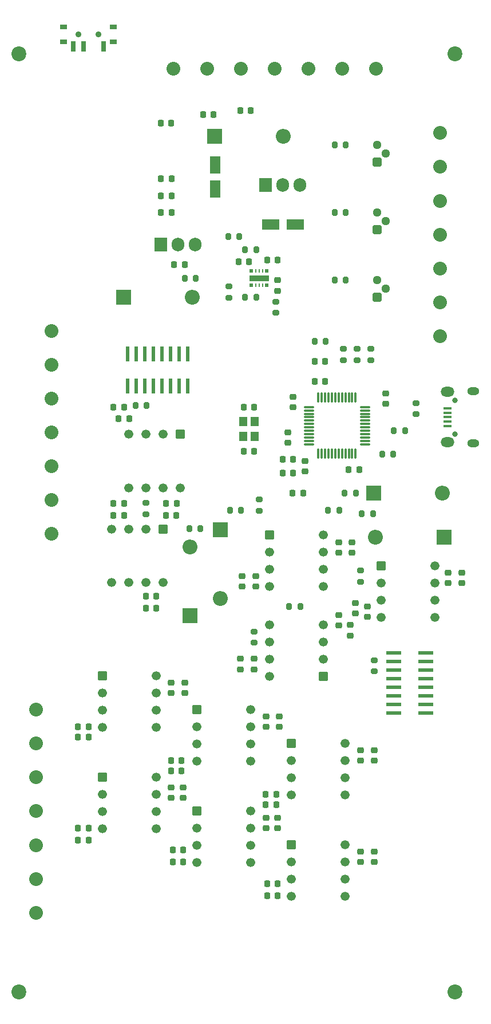
<source format=gts>
G04 #@! TF.GenerationSoftware,KiCad,Pcbnew,7.0.7*
G04 #@! TF.CreationDate,2023-11-03T00:41:13-04:00*
G04 #@! TF.ProjectId,SeniorDesign,53656e69-6f72-4446-9573-69676e2e6b69,rev?*
G04 #@! TF.SameCoordinates,Original*
G04 #@! TF.FileFunction,Soldermask,Top*
G04 #@! TF.FilePolarity,Negative*
%FSLAX46Y46*%
G04 Gerber Fmt 4.6, Leading zero omitted, Abs format (unit mm)*
G04 Created by KiCad (PCBNEW 7.0.7) date 2023-11-03 00:41:13*
%MOMM*%
%LPD*%
G01*
G04 APERTURE LIST*
G04 Aperture macros list*
%AMRoundRect*
0 Rectangle with rounded corners*
0 $1 Rounding radius*
0 $2 $3 $4 $5 $6 $7 $8 $9 X,Y pos of 4 corners*
0 Add a 4 corners polygon primitive as box body*
4,1,4,$2,$3,$4,$5,$6,$7,$8,$9,$2,$3,0*
0 Add four circle primitives for the rounded corners*
1,1,$1+$1,$2,$3*
1,1,$1+$1,$4,$5*
1,1,$1+$1,$6,$7*
1,1,$1+$1,$8,$9*
0 Add four rect primitives between the rounded corners*
20,1,$1+$1,$2,$3,$4,$5,0*
20,1,$1+$1,$4,$5,$6,$7,0*
20,1,$1+$1,$6,$7,$8,$9,0*
20,1,$1+$1,$8,$9,$2,$3,0*%
G04 Aperture macros list end*
%ADD10C,2.032000*%
%ADD11RoundRect,0.200000X0.275000X-0.200000X0.275000X0.200000X-0.275000X0.200000X-0.275000X-0.200000X0*%
%ADD12RoundRect,0.200000X-0.200000X-0.275000X0.200000X-0.275000X0.200000X0.275000X-0.200000X0.275000X0*%
%ADD13RoundRect,0.225000X0.250000X-0.225000X0.250000X0.225000X-0.250000X0.225000X-0.250000X-0.225000X0*%
%ADD14RoundRect,0.225000X-0.225000X-0.250000X0.225000X-0.250000X0.225000X0.250000X-0.225000X0.250000X0*%
%ADD15R,1.905000X2.000000*%
%ADD16O,1.905000X2.000000*%
%ADD17RoundRect,0.225000X0.225000X0.250000X-0.225000X0.250000X-0.225000X-0.250000X0.225000X-0.250000X0*%
%ADD18RoundRect,0.250000X0.550000X-1.050000X0.550000X1.050000X-0.550000X1.050000X-0.550000X-1.050000X0*%
%ADD19RoundRect,0.200000X0.200000X0.275000X-0.200000X0.275000X-0.200000X-0.275000X0.200000X-0.275000X0*%
%ADD20RoundRect,0.102000X-0.565000X0.565000X-0.565000X-0.565000X0.565000X-0.565000X0.565000X0.565000X0*%
%ADD21C,1.334000*%
%ADD22R,0.558800X2.184400*%
%ADD23RoundRect,0.102000X-0.565000X-0.565000X0.565000X-0.565000X0.565000X0.565000X-0.565000X0.565000X0*%
%ADD24RoundRect,0.250000X-1.050000X-0.550000X1.050000X-0.550000X1.050000X0.550000X-1.050000X0.550000X0*%
%ADD25RoundRect,0.225000X-0.250000X0.225000X-0.250000X-0.225000X0.250000X-0.225000X0.250000X0.225000X0*%
%ADD26RoundRect,0.200000X-0.275000X0.200000X-0.275000X-0.200000X0.275000X-0.200000X0.275000X0.200000X0*%
%ADD27R,1.000000X0.800000*%
%ADD28C,0.900000*%
%ADD29R,0.700000X1.500000*%
%ADD30C,2.200000*%
%ADD31R,2.200000X2.200000*%
%ADD32O,2.200000X2.200000*%
%ADD33RoundRect,0.102000X0.540000X-0.540000X0.540000X0.540000X-0.540000X0.540000X-0.540000X-0.540000X0*%
%ADD34C,1.284000*%
%ADD35R,1.200000X1.400000*%
%ADD36RoundRect,0.102000X0.565000X0.565000X-0.565000X0.565000X-0.565000X-0.565000X0.565000X-0.565000X0*%
%ADD37R,2.184400X0.558800*%
%ADD38O,0.800000X0.800000*%
%ADD39R,1.300000X0.450000*%
%ADD40O,1.800000X1.150000*%
%ADD41O,2.000000X1.450000*%
%ADD42RoundRect,0.218750X-0.256250X0.218750X-0.256250X-0.218750X0.256250X-0.218750X0.256250X0.218750X0*%
%ADD43R,0.558800X0.533400*%
%ADD44R,0.279400X0.533400*%
%ADD45R,2.844800X0.939800*%
%ADD46RoundRect,0.075000X-0.662500X-0.075000X0.662500X-0.075000X0.662500X0.075000X-0.662500X0.075000X0*%
%ADD47RoundRect,0.075000X-0.075000X-0.662500X0.075000X-0.662500X0.075000X0.662500X-0.075000X0.662500X0*%
G04 APERTURE END LIST*
D10*
X86775000Y-65750001D03*
X86775000Y-60750001D03*
X86775000Y-55750000D03*
X86775000Y-50750000D03*
X86775000Y-45750000D03*
X86775000Y-40750000D03*
X86775000Y-35750000D03*
X27025000Y-121000000D03*
X27025000Y-126000000D03*
X27025000Y-131000001D03*
X27025000Y-136000001D03*
X27025000Y-141000001D03*
X27025000Y-146000001D03*
X27025000Y-151000001D03*
X29250000Y-65000000D03*
X29250000Y-70000000D03*
X29250000Y-75000001D03*
X29250000Y-80000001D03*
X29250000Y-85000001D03*
X29250000Y-90000001D03*
X29250000Y-95000001D03*
X47308399Y-26250000D03*
X52308399Y-26250000D03*
X57308400Y-26250000D03*
X62308400Y-26250000D03*
X67308400Y-26250000D03*
X72308400Y-26250000D03*
X77308400Y-26250000D03*
D11*
X59275000Y-111075000D03*
X59275000Y-109425000D03*
D12*
X64450000Y-105750000D03*
X66100000Y-105750000D03*
D13*
X75000000Y-143525000D03*
X75000000Y-141975000D03*
D14*
X46250000Y-90500000D03*
X47800000Y-90500000D03*
D13*
X64250000Y-81525000D03*
X64250000Y-79975000D03*
X48750000Y-134025000D03*
X48750000Y-132475000D03*
D15*
X60985000Y-43445000D03*
D16*
X63525000Y-43445000D03*
X66065000Y-43445000D03*
D11*
X55500000Y-60075000D03*
X55500000Y-58425000D03*
D17*
X53275000Y-33000000D03*
X51725000Y-33000000D03*
D18*
X53500000Y-44050000D03*
X53500000Y-40450000D03*
D19*
X59575000Y-60000000D03*
X57925000Y-60000000D03*
D11*
X62500000Y-62325000D03*
X62500000Y-60675000D03*
D14*
X33225000Y-140250000D03*
X34775000Y-140250000D03*
X43225000Y-104250000D03*
X44775000Y-104250000D03*
D13*
X63000000Y-123525000D03*
X63000000Y-121975000D03*
X75000000Y-128525000D03*
X75000000Y-126975000D03*
D20*
X48335000Y-80280000D03*
D21*
X45795000Y-80280000D03*
X43255000Y-80280000D03*
X40715000Y-80280000D03*
X40715000Y-88220000D03*
X43255000Y-88220000D03*
X45795000Y-88220000D03*
X48335000Y-88220000D03*
D22*
X40580000Y-68387800D03*
X41850000Y-68387800D03*
X43120000Y-68387800D03*
X44390000Y-68387800D03*
X45660000Y-68387800D03*
X46930000Y-68387800D03*
X48200000Y-68387800D03*
X49470000Y-68387800D03*
X49470000Y-73112200D03*
X48200000Y-73112200D03*
X46930000Y-73112200D03*
X45660000Y-73112200D03*
X44390000Y-73112200D03*
X43120000Y-73112200D03*
X41850000Y-73112200D03*
X40580000Y-73112200D03*
D23*
X64805000Y-125940000D03*
D21*
X64805000Y-128480000D03*
X64805000Y-131020000D03*
X64805000Y-133560000D03*
X72745000Y-133560000D03*
X72745000Y-131020000D03*
X72745000Y-128480000D03*
X72745000Y-125940000D03*
D24*
X65325000Y-49250000D03*
X61725000Y-49250000D03*
D23*
X50805000Y-120940000D03*
D21*
X50805000Y-123480000D03*
X50805000Y-126020000D03*
X50805000Y-128560000D03*
X58745000Y-128560000D03*
X58745000Y-126020000D03*
X58745000Y-123480000D03*
X58745000Y-120940000D03*
D14*
X57725000Y-76250000D03*
X59275000Y-76250000D03*
X61225000Y-146750000D03*
X62775000Y-146750000D03*
D11*
X72500000Y-69325000D03*
X72500000Y-67675000D03*
D19*
X72825000Y-37500000D03*
X71175000Y-37500000D03*
D14*
X46975000Y-128500000D03*
X48525000Y-128500000D03*
D25*
X59500000Y-101225000D03*
X59500000Y-102775000D03*
D13*
X61000000Y-138525000D03*
X61000000Y-136975000D03*
D19*
X72825000Y-47500000D03*
X71175000Y-47500000D03*
D14*
X45500000Y-42500000D03*
X47050000Y-42500000D03*
D17*
X74800000Y-85500000D03*
X73250000Y-85500000D03*
D26*
X43275000Y-90425000D03*
X43275000Y-92075000D03*
D27*
X38400000Y-22255000D03*
X38400000Y-20045000D03*
D28*
X36250000Y-21145000D03*
X33250000Y-21145000D03*
D27*
X31100000Y-22255000D03*
X31100000Y-20045000D03*
D29*
X37000000Y-22905000D03*
X34000000Y-22905000D03*
X32500000Y-22905000D03*
D13*
X62750000Y-59050000D03*
X62750000Y-57500000D03*
D17*
X40025000Y-90500000D03*
X38475000Y-90500000D03*
D23*
X36805000Y-115940000D03*
D21*
X36805000Y-118480000D03*
X36805000Y-121020000D03*
X36805000Y-123560000D03*
X44745000Y-123560000D03*
X44745000Y-121020000D03*
X44745000Y-118480000D03*
X44745000Y-115940000D03*
D17*
X58525000Y-54750000D03*
X56975000Y-54750000D03*
D14*
X61225000Y-54500000D03*
X62775000Y-54500000D03*
D23*
X61555000Y-95190000D03*
D21*
X61555000Y-97730000D03*
X61555000Y-100270000D03*
X61555000Y-102810000D03*
X69495000Y-102810000D03*
X69495000Y-100270000D03*
X69495000Y-97730000D03*
X69495000Y-95190000D03*
D15*
X45485000Y-52195000D03*
D16*
X48025000Y-52195000D03*
X50565000Y-52195000D03*
D30*
X24500000Y-24000000D03*
D17*
X47025000Y-34250000D03*
X45475000Y-34250000D03*
D31*
X53445000Y-36250000D03*
D32*
X63605000Y-36250000D03*
D23*
X50805000Y-135940000D03*
D21*
X50805000Y-138480000D03*
X50805000Y-141020000D03*
X50805000Y-143560000D03*
X58745000Y-143560000D03*
X58745000Y-141020000D03*
X58745000Y-138480000D03*
X58745000Y-135940000D03*
D33*
X77500000Y-40020000D03*
D34*
X78770000Y-38750000D03*
X77500000Y-37480000D03*
D31*
X76945000Y-89000000D03*
D32*
X87105000Y-89000000D03*
D19*
X43350000Y-76000000D03*
X41700000Y-76000000D03*
D11*
X76500000Y-69325000D03*
X76500000Y-67675000D03*
D25*
X71750000Y-106975000D03*
X71750000Y-108525000D03*
D23*
X36805000Y-130940000D03*
D21*
X36805000Y-133480000D03*
X36805000Y-136020000D03*
X36805000Y-138560000D03*
X44745000Y-138560000D03*
X44745000Y-136020000D03*
X44745000Y-133480000D03*
X44745000Y-130940000D03*
D12*
X55675000Y-91500000D03*
X57325000Y-91500000D03*
D35*
X57675000Y-78400000D03*
X57675000Y-80600000D03*
X59375000Y-80600000D03*
X59375000Y-78400000D03*
D13*
X77000000Y-128525000D03*
X77000000Y-126975000D03*
D33*
X77500000Y-60020000D03*
D34*
X78770000Y-58750000D03*
X77500000Y-57480000D03*
D11*
X74500000Y-69325000D03*
X74500000Y-67675000D03*
D13*
X65025000Y-76275000D03*
X65025000Y-74725000D03*
D23*
X64805000Y-140940000D03*
D21*
X64805000Y-143480000D03*
X64805000Y-146020000D03*
X64805000Y-148560000D03*
X72745000Y-148560000D03*
X72745000Y-146020000D03*
X72745000Y-143480000D03*
X72745000Y-140940000D03*
D25*
X74250000Y-105225000D03*
X74250000Y-106775000D03*
D14*
X46225000Y-92250000D03*
X47775000Y-92250000D03*
D30*
X24500000Y-162750000D03*
D19*
X72825000Y-57512314D03*
X71175000Y-57512314D03*
D17*
X40025000Y-92250000D03*
X38475000Y-92250000D03*
D36*
X69495000Y-116060000D03*
D21*
X69495000Y-113520000D03*
X69495000Y-110980000D03*
X69495000Y-108440000D03*
X61555000Y-108440000D03*
X61555000Y-110980000D03*
X61555000Y-113520000D03*
X61555000Y-116060000D03*
D12*
X55425000Y-51000000D03*
X57075000Y-51000000D03*
D13*
X90000000Y-102275000D03*
X90000000Y-100725000D03*
D25*
X78750000Y-74225000D03*
X78750000Y-75775000D03*
D30*
X89000000Y-162750000D03*
D14*
X57225000Y-32400000D03*
X58775000Y-32400000D03*
X45500000Y-47500000D03*
X47050000Y-47500000D03*
X47225000Y-143500000D03*
X48775000Y-143500000D03*
D12*
X68200000Y-66500000D03*
X69850000Y-66500000D03*
D14*
X33225000Y-125000000D03*
X34775000Y-125000000D03*
X38475000Y-76250000D03*
X40025000Y-76250000D03*
D37*
X79912800Y-112555000D03*
X79912800Y-113825000D03*
X79912800Y-115095000D03*
X79912800Y-116365000D03*
X79912800Y-117635000D03*
X79912800Y-118905000D03*
X79912800Y-120175000D03*
X79912800Y-121445000D03*
X84637200Y-121445000D03*
X84637200Y-120175000D03*
X84637200Y-118905000D03*
X84637200Y-117635000D03*
X84637200Y-116365000D03*
X84637200Y-115095000D03*
X84637200Y-113825000D03*
X84637200Y-112555000D03*
D13*
X49000000Y-118525000D03*
X49000000Y-116975000D03*
D19*
X81600000Y-79750000D03*
X79950000Y-79750000D03*
D17*
X48975000Y-55200000D03*
X47425000Y-55200000D03*
D14*
X60975000Y-133500000D03*
X62525000Y-133500000D03*
D20*
X45835000Y-94280000D03*
D21*
X43295000Y-94280000D03*
X40755000Y-94280000D03*
X38215000Y-94280000D03*
X38215000Y-102220000D03*
X40755000Y-102220000D03*
X43295000Y-102220000D03*
X45835000Y-102220000D03*
D31*
X39945000Y-60000000D03*
D32*
X50105000Y-60000000D03*
D14*
X43225000Y-106000000D03*
X44775000Y-106000000D03*
X39225000Y-78000000D03*
X40775000Y-78000000D03*
D13*
X73750000Y-97775000D03*
X73750000Y-96225000D03*
D23*
X78055000Y-99690000D03*
D21*
X78055000Y-102230000D03*
X78055000Y-104770000D03*
X78055000Y-107310000D03*
X85995000Y-107310000D03*
X85995000Y-104770000D03*
X85995000Y-102230000D03*
X85995000Y-99690000D03*
D38*
X88945000Y-80250000D03*
X88945000Y-75250000D03*
D39*
X87845000Y-79050000D03*
X87845000Y-78400000D03*
X87845000Y-77750000D03*
X87845000Y-77100000D03*
X87845000Y-76450000D03*
D40*
X91695000Y-81625000D03*
D41*
X87895000Y-81475000D03*
X87895000Y-74025000D03*
D40*
X91695000Y-73875000D03*
D42*
X66775000Y-84212500D03*
X66775000Y-85787500D03*
D12*
X49675000Y-94250000D03*
X51325000Y-94250000D03*
X70200000Y-91500000D03*
X71850000Y-91500000D03*
D11*
X60000000Y-91575000D03*
X60000000Y-89925000D03*
D13*
X47000000Y-118525000D03*
X47000000Y-116975000D03*
X88000000Y-102275000D03*
X88000000Y-100725000D03*
D31*
X49750000Y-107080000D03*
D32*
X49750000Y-96920000D03*
D43*
X61137627Y-56141800D03*
D44*
X60500252Y-56141800D03*
X60000126Y-56141800D03*
X59500000Y-56141800D03*
D43*
X58862625Y-56141800D03*
X58862625Y-58250000D03*
D44*
X59500000Y-58250000D03*
X60000126Y-58250000D03*
X60500252Y-58250000D03*
D43*
X61137627Y-58250000D03*
D45*
X60000126Y-57195900D03*
D13*
X62750000Y-138525000D03*
X62750000Y-136975000D03*
D17*
X59275000Y-82750000D03*
X57725000Y-82750000D03*
X65050000Y-84000000D03*
X63500000Y-84000000D03*
D25*
X57250000Y-113475000D03*
X57250000Y-115025000D03*
D26*
X83250000Y-75675000D03*
X83250000Y-77325000D03*
D14*
X68250000Y-69500000D03*
X69800000Y-69500000D03*
D12*
X72675000Y-89000000D03*
X74325000Y-89000000D03*
D25*
X59250000Y-113475000D03*
X59250000Y-115025000D03*
D13*
X77000000Y-143525000D03*
X77000000Y-141975000D03*
X47000000Y-134050000D03*
X47000000Y-132500000D03*
D14*
X68250000Y-72500000D03*
X69800000Y-72500000D03*
X47225000Y-141750000D03*
X48775000Y-141750000D03*
D46*
X67362500Y-76250000D03*
X67362500Y-76750000D03*
X67362500Y-77250000D03*
X67362500Y-77750000D03*
X67362500Y-78250000D03*
X67362500Y-78750000D03*
X67362500Y-79250000D03*
X67362500Y-79750000D03*
X67362500Y-80250000D03*
X67362500Y-80750000D03*
X67362500Y-81250000D03*
X67362500Y-81750000D03*
D47*
X68775000Y-83162500D03*
X69275000Y-83162500D03*
X69775000Y-83162500D03*
X70275000Y-83162500D03*
X70775000Y-83162500D03*
X71275000Y-83162500D03*
X71775000Y-83162500D03*
X72275000Y-83162500D03*
X72775000Y-83162500D03*
X73275000Y-83162500D03*
X73775000Y-83162500D03*
X74275000Y-83162500D03*
D46*
X75687500Y-81750000D03*
X75687500Y-81250000D03*
X75687500Y-80750000D03*
X75687500Y-80250000D03*
X75687500Y-79750000D03*
X75687500Y-79250000D03*
X75687500Y-78750000D03*
X75687500Y-78250000D03*
X75687500Y-77750000D03*
X75687500Y-77250000D03*
X75687500Y-76750000D03*
X75687500Y-76250000D03*
D47*
X74275000Y-74837500D03*
X73775000Y-74837500D03*
X73275000Y-74837500D03*
X72775000Y-74837500D03*
X72275000Y-74837500D03*
X71775000Y-74837500D03*
X71275000Y-74837500D03*
X70775000Y-74837500D03*
X70275000Y-74837500D03*
X69775000Y-74837500D03*
X69275000Y-74837500D03*
X68775000Y-74837500D03*
D14*
X33225000Y-123500000D03*
X34775000Y-123500000D03*
D33*
X77500000Y-50020000D03*
D34*
X78770000Y-48750000D03*
X77500000Y-47480000D03*
D31*
X87330000Y-95500000D03*
D32*
X77170000Y-95500000D03*
D13*
X61000000Y-123525000D03*
X61000000Y-121975000D03*
D14*
X61225000Y-148500000D03*
X62775000Y-148500000D03*
D25*
X76000000Y-105725000D03*
X76000000Y-107275000D03*
X57500000Y-101225000D03*
X57500000Y-102775000D03*
D14*
X60975000Y-135000000D03*
X62525000Y-135000000D03*
D13*
X73500000Y-110025000D03*
X73500000Y-108475000D03*
D14*
X33225000Y-138500000D03*
X34775000Y-138500000D03*
D19*
X59575000Y-53000000D03*
X57925000Y-53000000D03*
D26*
X75000000Y-100425000D03*
X75000000Y-102075000D03*
D12*
X75200000Y-92000000D03*
X76850000Y-92000000D03*
D17*
X66525000Y-89000000D03*
X64975000Y-89000000D03*
D19*
X79850000Y-83250000D03*
X78200000Y-83250000D03*
D17*
X65050000Y-86000000D03*
X63500000Y-86000000D03*
D14*
X45500000Y-45000000D03*
X47050000Y-45000000D03*
D30*
X89000000Y-24000000D03*
D31*
X54250000Y-94420000D03*
D32*
X54250000Y-104580000D03*
D11*
X77025000Y-115325000D03*
X77025000Y-113675000D03*
D12*
X48975000Y-57200000D03*
X50625000Y-57200000D03*
D13*
X71750000Y-97775000D03*
X71750000Y-96225000D03*
D14*
X46975000Y-130000000D03*
X48525000Y-130000000D03*
M02*

</source>
